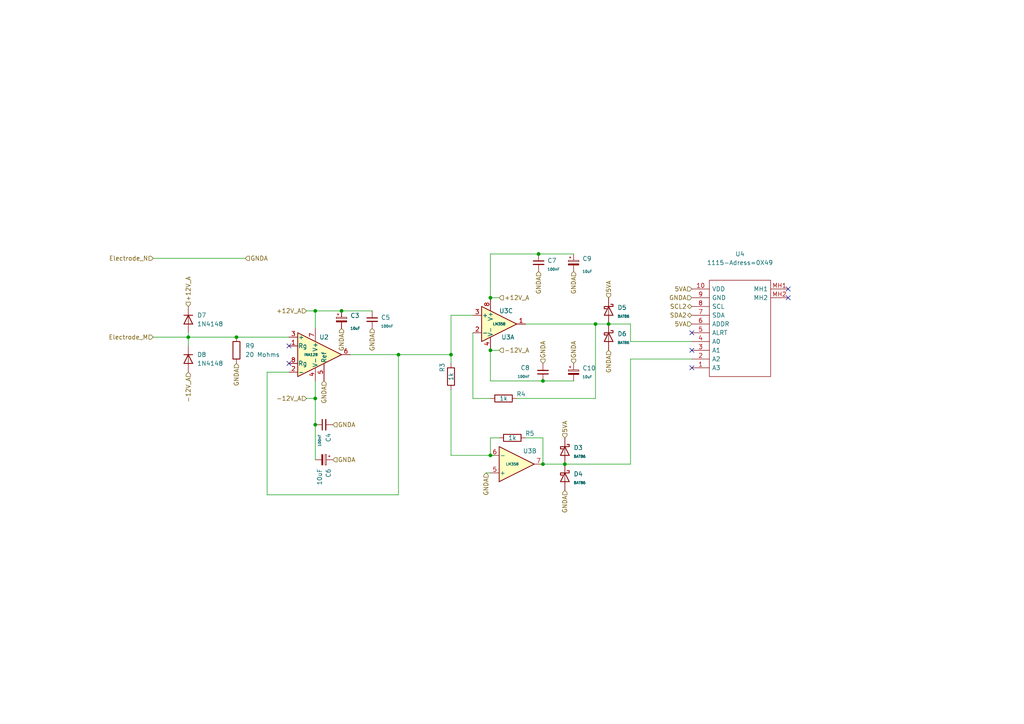
<source format=kicad_sch>
(kicad_sch (version 20211123) (generator eeschema)
  (paper "A4")
  (lib_symbols
    (symbol "1085:1085" (pin_names (offset 0.762))
      (property "Reference" "IC" (at 24.13 7.62 0))
      (property "Value" "1085" (at 24.13 5.08 0))
      (symbol "1085_0_0"
        (pin passive line (at 0 -22.86 0) (length 5.08) (name "A3") (number "1"))
        (pin passive line (at 0 0 0) (length 5.08) (name "VDD") (number "10"))
        (pin passive line (at 0 -20.32 0) (length 5.08) (name "A2") (number "2"))
        (pin passive line (at 0 -17.78 0) (length 5.08) (name "A1") (number "3"))
        (pin passive line (at 0 -15.24 0) (length 5.08) (name "A0") (number "4"))
        (pin passive line (at 0 -12.7 0) (length 5.08) (name "ALRT") (number "5"))
        (pin passive line (at 0 -10.16 0) (length 5.08) (name "ADDR") (number "6"))
        (pin passive line (at 0 -7.62 0) (length 5.08) (name "SDA") (number "7"))
        (pin passive line (at 0 -5.08 0) (length 5.08) (name "SCL") (number "8"))
        (pin passive line (at 0 -2.54 0) (length 5.08) (name "GND") (number "9"))
        (pin passive line (at 27.94 0 180) (length 5.08) (name "MH1") (number "MH1"))
        (pin passive line (at 27.94 -2.54 180) (length 5.08) (name "MH2") (number "MH2"))
      )
      (symbol "1085_0_1"
        (polyline (pts (xy 5.08 2.54) (xy 22.86 2.54) (xy 22.86 -25.4) (xy 5.08 -25.4) (xy 5.08 2.54)) (stroke (width 0.1524)))
      )
    )
    (symbol "Amplifier_Instrumentation:INA128" (pin_names (offset 0.127))
      (property "Reference" "U" (at 3.81 3.175 0))
      (property "Value" "INA128" (at 3.81 -3.175 0))
      (symbol "INA128_0_1"
        (polyline (pts (xy 7.62 0) (xy -5.08 6.35) (xy -5.08 -6.35) (xy 7.62 0)) (stroke (width 0.254)) (fill (type background)))
      )
      (symbol "INA128_1_1"
        (pin passive line (at -7.62 2.54 0) (length 2.54) (name "Rg") (number "1"))
        (pin input line (at -7.62 -5.08 0) (length 2.54) (name "-") (number "2"))
        (pin input line (at -7.62 5.08 0) (length 2.54) (name "+") (number "3"))
        (pin power_in line (at 0 -7.62 90) (length 3.81) (name "V-") (number "4"))
        (pin input line (at 2.54 -7.62 90) (length 5.08) (name "Ref") (number "5"))
        (pin output line (at 10.16 0 180) (length 2.54) (name "~") (number "6"))
        (pin power_in line (at 0 7.62 270) (length 3.81) (name "V+") (number "7"))
        (pin passive line (at -7.62 -2.54 0) (length 2.54) (name "Rg") (number "8"))
      )
    )
    (symbol "Amplifier_Operational:LM358" (pin_names (offset 0.127))
      (property "Reference" "U" (at 0 5.08 0))
      (property "Value" "LM358" (at 0 -5.08 0))
      (symbol "LM358_1_1"
        (polyline (pts (xy -5.08 5.08) (xy 5.08 0) (xy -5.08 -5.08) (xy -5.08 5.08)) (stroke (width 0.254)) (fill (type background)))
        (pin output line (at 7.62 0 180) (length 2.54) (name "~") (number "1"))
        (pin input line (at -7.62 -2.54 0) (length 2.54) (name "-") (number "2"))
        (pin input line (at -7.62 2.54 0) (length 2.54) (name "+") (number "3"))
      )
      (symbol "LM358_2_1"
        (polyline (pts (xy -5.08 5.08) (xy 5.08 0) (xy -5.08 -5.08) (xy -5.08 5.08)) (stroke (width 0.254)) (fill (type background)))
        (pin input line (at -7.62 2.54 0) (length 2.54) (name "+") (number "5"))
        (pin input line (at -7.62 -2.54 0) (length 2.54) (name "-") (number "6"))
        (pin output line (at 7.62 0 180) (length 2.54) (name "~") (number "7"))
      )
      (symbol "LM358_3_1"
        (pin power_in line (at -2.54 -7.62 90) (length 3.81) (name "V-") (number "4"))
        (pin power_in line (at -2.54 7.62 270) (length 3.81) (name "V+") (number "8"))
      )
    )
    (symbol "Device:C_Polarized_Small" (pin_numbers hide) (pin_names (offset 0.254) hide)
      (property "Reference" "C" (at 0.254 1.778 0))
      (property "Value" "C_Polarized_Small" (at 0.254 -2.032 0))
      (symbol "C_Polarized_Small_0_1"
        (rectangle (start -1.524 -0.3048) (end 1.524 -0.6858) (fill (type outline)))
        (rectangle (start -1.524 0.6858) (end 1.524 0.3048))
        (polyline (pts (xy -1.27 1.524) (xy -0.762 1.524)))
        (polyline (pts (xy -1.016 1.27) (xy -1.016 1.778)))
      )
      (symbol "C_Polarized_Small_1_1"
        (pin passive line (at 0 2.54 270) (length 1.8542) (name "~") (number "1"))
        (pin passive line (at 0 -2.54 90) (length 1.8542) (name "~") (number "2"))
      )
    )
    (symbol "Device:C_Small" (pin_numbers hide) (pin_names (offset 0.254) hide)
      (property "Reference" "C" (at 0.254 1.778 0))
      (property "Value" "C_Small" (at 0.254 -2.032 0))
      (symbol "C_Small_0_1"
        (polyline (pts (xy -1.524 -0.508) (xy 1.524 -0.508)) (stroke (width 0.3302)))
        (polyline (pts (xy -1.524 0.508) (xy 1.524 0.508)) (stroke (width 0.3048)))
      )
      (symbol "C_Small_1_1"
        (pin passive line (at 0 2.54 270) (length 2.032) (name "~") (number "1"))
        (pin passive line (at 0 -2.54 90) (length 2.032) (name "~") (number "2"))
      )
    )
    (symbol "Device:R" (pin_numbers hide) (pin_names (offset 0))
      (property "Reference" "R" (at 2.032 0 90))
      (property "Value" "R" (at 0 0 90))
      (symbol "R_0_1"
        (rectangle (start -1.016 -2.54) (end 1.016 2.54) (stroke (width 0.254)))
      )
      (symbol "R_1_1"
        (pin passive line (at 0 3.81 270) (length 1.27) (name "~") (number "1"))
        (pin passive line (at 0 -3.81 90) (length 1.27) (name "~") (number "2"))
      )
    )
    (symbol "Diode:1N4148" (pin_numbers hide) (pin_names (offset 1.016) hide)
      (property "Reference" "D" (at 0 2.54 0))
      (property "Value" "1N4148" (at 0 -2.54 0))
      (symbol "1N4148_0_1"
        (polyline (pts (xy -1.27 1.27) (xy -1.27 -1.27)) (stroke (width 0.254)))
        (polyline (pts (xy 1.27 0) (xy -1.27 0)))
        (polyline (pts (xy 1.27 1.27) (xy 1.27 -1.27) (xy -1.27 0) (xy 1.27 1.27)) (stroke (width 0.254)))
      )
      (symbol "1N4148_1_1"
        (pin passive line (at -3.81 0 0) (length 2.54) (name "K") (number "1"))
        (pin passive line (at 3.81 0 180) (length 2.54) (name "A") (number "2"))
      )
    )
    (symbol "Diode:BAT86" (pin_numbers hide) (pin_names (offset 1.016) hide)
      (property "Reference" "D" (at 0 2.54 0))
      (property "Value" "BAT86" (at 0 -2.54 0))
      (symbol "BAT86_0_1"
        (polyline (pts (xy 1.27 0) (xy -1.27 0)))
        (polyline (pts (xy 1.27 1.27) (xy 1.27 -1.27) (xy -1.27 0) (xy 1.27 1.27)) (stroke (width 0.254)))
        (polyline (pts (xy -1.905 0.635) (xy -1.905 1.27) (xy -1.27 1.27) (xy -1.27 -1.27) (xy -0.635 -1.27) (xy -0.635 -0.635)) (stroke (width 0.254)))
      )
      (symbol "BAT86_1_1"
        (pin passive line (at -3.81 0 0) (length 2.54) (name "K") (number "1"))
        (pin passive line (at 3.81 0 180) (length 2.54) (name "A") (number "2"))
      )
    )
  )
  (junction (at 172.72 93.98))
  (junction (at 91.44 123.19))
  (junction (at 142.24 132.08))
  (junction (at 142.24 101.6))
  (junction (at 157.48 110.49))
  (junction (at 156.21 73.66))
  (junction (at 54.61 97.79))
  (junction (at 115.57 102.87))
  (junction (at 130.81 102.87))
  (junction (at 68.58 97.79))
  (junction (at 163.83 134.62))
  (junction (at 176.53 93.98))
  (junction (at 142.24 86.36))
  (junction (at 91.44 115.57))
  (junction (at 157.48 134.62))
  (junction (at 99.06 90.17))
  (junction (at 91.44 90.17))
  (no_connect (at 83.82 100.33))
  (no_connect (at 228.6 86.36))
  (no_connect (at 200.66 101.6))
  (no_connect (at 228.6 83.82))
  (no_connect (at 83.82 105.41))
  (no_connect (at 200.66 96.52))
  (no_connect (at 200.66 106.68))
  (wire (pts (xy 142.24 127) (xy 144.78 127)))
  (wire (pts (xy 68.58 97.79) (xy 83.82 97.79)))
  (wire (pts (xy 182.88 99.06) (xy 182.88 93.98)))
  (wire (pts (xy 115.57 102.87) (xy 115.57 143.51)))
  (wire (pts (xy 91.44 110.49) (xy 91.44 115.57)))
  (wire (pts (xy 77.47 107.95) (xy 77.47 143.51)))
  (wire (pts (xy 200.66 104.14) (xy 182.88 104.14)))
  (wire (pts (xy 130.81 91.44) (xy 130.81 102.87)))
  (wire (pts (xy 142.24 101.6) (xy 142.24 110.49)))
  (wire (pts (xy 142.24 73.66) (xy 142.24 86.36)))
  (wire (pts (xy 157.48 134.62) (xy 163.83 134.62)))
  (wire (pts (xy 156.21 73.66) (xy 166.37 73.66)))
  (wire (pts (xy 130.81 113.03) (xy 130.81 132.08)))
  (wire (pts (xy 142.24 110.49) (xy 157.48 110.49)))
  (wire (pts (xy 91.44 90.17) (xy 91.44 95.25)))
  (wire (pts (xy 172.72 93.98) (xy 152.4 93.98)))
  (wire (pts (xy 200.66 99.06) (xy 182.88 99.06)))
  (wire (pts (xy 99.06 90.17) (xy 107.95 90.17)))
  (wire (pts (xy 152.4 127) (xy 157.48 127)))
  (wire (pts (xy 130.81 102.87) (xy 130.81 105.41)))
  (wire (pts (xy 142.24 127) (xy 142.24 132.08)))
  (wire (pts (xy 142.24 73.66) (xy 156.21 73.66)))
  (wire (pts (xy 143.51 132.08) (xy 142.24 132.08)))
  (wire (pts (xy 182.88 104.14) (xy 182.88 134.62)))
  (wire (pts (xy 130.81 91.44) (xy 137.16 91.44)))
  (wire (pts (xy 88.9 90.17) (xy 91.44 90.17)))
  (wire (pts (xy 54.61 97.79) (xy 54.61 100.33)))
  (wire (pts (xy 91.44 123.19) (xy 91.44 133.35)))
  (wire (pts (xy 172.72 93.98) (xy 176.53 93.98)))
  (wire (pts (xy 172.72 93.98) (xy 172.72 115.57)))
  (wire (pts (xy 172.72 115.57) (xy 149.86 115.57)))
  (wire (pts (xy 130.81 132.08) (xy 142.24 132.08)))
  (wire (pts (xy 44.45 74.93) (xy 71.12 74.93)))
  (wire (pts (xy 163.83 134.62) (xy 182.88 134.62)))
  (wire (pts (xy 182.88 93.98) (xy 176.53 93.98)))
  (wire (pts (xy 91.44 115.57) (xy 91.44 123.19)))
  (wire (pts (xy 91.44 90.17) (xy 99.06 90.17)))
  (wire (pts (xy 77.47 143.51) (xy 115.57 143.51)))
  (wire (pts (xy 101.6 102.87) (xy 115.57 102.87)))
  (wire (pts (xy 142.24 101.6) (xy 144.78 101.6)))
  (wire (pts (xy 137.16 115.57) (xy 142.24 115.57)))
  (wire (pts (xy 88.9 115.57) (xy 91.44 115.57)))
  (wire (pts (xy 115.57 102.87) (xy 130.81 102.87)))
  (wire (pts (xy 54.61 97.79) (xy 68.58 97.79)))
  (wire (pts (xy 157.48 134.62) (xy 157.48 127)))
  (wire (pts (xy 83.82 107.95) (xy 77.47 107.95)))
  (wire (pts (xy 54.61 96.52) (xy 54.61 97.79)))
  (wire (pts (xy 137.16 96.52) (xy 137.16 115.57)))
  (wire (pts (xy 142.24 137.16) (xy 140.97 137.16)))
  (wire (pts (xy 166.37 110.49) (xy 157.48 110.49)))
  (wire (pts (xy 142.24 86.36) (xy 144.78 86.36)))
  (wire (pts (xy 44.45 97.79) (xy 54.61 97.79)))
  (hierarchical_label "GNDA" (shape input) (at 156.21 78.74 270))
  (hierarchical_label "5VA" (shape input) (at 200.66 93.98 180))
  (hierarchical_label "GNDA" (shape input) (at 176.53 101.6 270))
  (hierarchical_label "GNDA" (shape input) (at 96.52 133.35 0))
  (hierarchical_label "GNDA" (shape input) (at 71.12 74.93 0))
  (hierarchical_label "GNDA" (shape input) (at 166.37 105.41 90))
  (hierarchical_label "GNDA" (shape input) (at 163.83 142.24 270))
  (hierarchical_label "-12V_A" (shape input) (at 88.9 115.57 180))
  (hierarchical_label "GNDA" (shape input) (at 96.52 123.19 0))
  (hierarchical_label "SCL2" (shape bidirectional) (at 200.66 88.9 180))
  (hierarchical_label "+12V_A" (shape input) (at 144.78 86.36 0))
  (hierarchical_label "GNDA" (shape input) (at 107.95 95.25 270))
  (hierarchical_label "SDA2" (shape bidirectional) (at 200.66 91.44 180))
  (hierarchical_label "GNDA" (shape input) (at 93.98 110.49 270))
  (hierarchical_label "Electrode_M" (shape input) (at 44.45 97.79 180))
  (hierarchical_label "GNDA" (shape input) (at 157.48 105.41 90))
  (hierarchical_label "GNDA" (shape input) (at 166.37 78.74 270))
  (hierarchical_label "5VA" (shape input) (at 176.53 86.36 90))
  (hierarchical_label "GNDA" (shape input) (at 68.58 105.41 270))
  (hierarchical_label "+12V_A" (shape input) (at 54.61 88.9 90))
  (hierarchical_label "5VA" (shape input) (at 163.83 127 90))
  (hierarchical_label "GNDA" (shape input) (at 140.97 137.16 270))
  (hierarchical_label "5VA" (shape input) (at 200.66 83.82 180))
  (hierarchical_label "+12V_A" (shape input) (at 88.9 90.17 180))
  (hierarchical_label "GNDA" (shape input) (at 99.06 95.25 270))
  (hierarchical_label "Electrode_N" (shape input) (at 44.45 74.93 180))
  (hierarchical_label "-12V_A" (shape input) (at 144.78 101.6 0))
  (hierarchical_label "GNDA" (shape input) (at 200.66 86.36 180))
  (hierarchical_label "-12V_A" (shape input) (at 54.61 107.95 270))
  (symbol (lib_id "Amplifier_Operational:LM358") (at 144.78 93.98 0) (unit 1)
    (property "Reference" "U3" (at 147.32 97.79 0))
    (property "Value" "LM358" (at 144.78 93.98 0) (effects (font (size 0.75 0.75))))
    (property "Footprint" "Package_DIP:DIP-8_W7.62mm" (effects hide))
    (property "Datasheet" "http://www.ti.com/lit/ds/symlink/lm2904-n.pdf" (effects hide))
  )
  (symbol (lib_id "Diode:1N4148") (at 54.61 104.14 270) (unit 1)
    (property "Reference" "D8" (at 57.15 102.8699 90) (effects (justify left)))
    (property "Value" "1N4148" (at 57.15 105.4099 90) (effects (justify left)))
    (property "Footprint" "Diode_THT:D_DO-35_SOD27_P7.62mm_Horizontal" (effects hide))
    (property "Datasheet" "https://assets.nexperia.com/documents/data-sheet/1N4148_1N4448.pdf" (effects hide))
  )
  (symbol (lib_id "Device:C_Polarized_Small") (at 93.98 133.35 270) (unit 1)
    (property "Reference" "C6" (at 95.25 135.89 0) (effects (justify left)))
    (property "Value" "10uF" (at 92.71 135.89 0) (effects (justify left)))
    (property "Footprint" "Capacitor_THT:CP_Radial_D6.3mm_P2.50mm" (effects hide))
  )
  (symbol (lib_id "Device:C_Polarized_Small") (at 166.37 76.2 0) (unit 1)
    (property "Reference" "C9" (at 168.91 75.0188 0) (effects (justify left)))
    (property "Value" "10uF" (at 168.91 78.74 0) (effects (font (size 0.75 0.75)) (justify left)))
    (property "Footprint" "Capacitor_THT:CP_Radial_D6.3mm_P2.50mm" (effects hide))
  )
  (symbol (lib_id "Amplifier_Operational:LM358") (at 149.86 134.62 0) (mirror x) (unit 2)
    (property "Reference" "U3" (at 153.67 130.81 0))
    (property "Value" "LM358" (at 148.59 134.62 0) (effects (font (size 0.75 0.75))))
    (property "Footprint" "Package_DIP:DIP-8_W7.62mm" (effects hide))
    (property "Datasheet" "http://www.ti.com/lit/ds/symlink/lm2904-n.pdf" (effects hide))
  )
  (symbol (lib_id "Device:C_Small") (at 107.95 92.71 0) (unit 1)
    (property "Reference" "C5" (at 110.49 92.0812 0) (effects (justify left)))
    (property "Value" "100nF" (at 110.49 94.6212 0) (effects (font (size 0.75 0.75)) (justify left)))
    (property "Footprint" "Capacitor_THT:C_Disc_D8.0mm_W2.5mm_P5.00mm" (effects hide))
  )
  (symbol (lib_id "Amplifier_Instrumentation:INA128") (at 91.44 102.87 0) (unit 1)
    (property "Reference" "U2" (at 93.98 97.79 0))
    (property "Value" "INA128" (at 90.17 102.87 0) (effects (font (size 0.75 0.75))))
    (property "Footprint" "Package_DIP:DIP-8_W7.62mm" (effects hide))
    (property "Datasheet" "http://www.ti.com/lit/ds/symlink/ina128.pdf" (effects hide))
  )
  (symbol (lib_id "Diode:BAT86") (at 176.53 97.79 270) (unit 1)
    (property "Reference" "D6" (at 179.07 96.8374 90) (effects (justify left)))
    (property "Value" "BAT86" (at 179.07 99.3774 90) (effects (font (size 0.75 0.75)) (justify left)))
    (property "Footprint" "Diode_THT:D_DO-35_SOD27_P7.62mm_Horizontal" (effects hide))
    (property "Datasheet" "https://assets.nexperia.com/documents/data-sheet/BAT86.pdf" (effects hide))
  )
  (symbol (lib_id "Amplifier_Operational:LM358") (at 144.78 93.98 0) (unit 3)
    (property "Reference" "U3" (at 144.78 90.17 0) (effects (justify left)))
    (property "Value" "LM358" (at 142.24 93.98 0) (effects (font (size 0 0)) (justify left)))
    (property "Footprint" "Package_DIP:DIP-8_W7.62mm" (effects hide))
    (property "Datasheet" "http://www.ti.com/lit/ds/symlink/lm2904-n.pdf" (effects hide))
  )
  (symbol (lib_id "1085:1085") (at 200.66 83.82 0) (unit 1)
    (property "Reference" "U4" (at 214.63 73.66 0))
    (property "Value" "1115-Adress=0X49" (at 214.63 76.2 0))
    (property "Footprint" "1085:1085" (effects hide))
    (property "Datasheet" "https://cdn-shop.adafruit.com/datasheets/ads1115.pdf" (effects hide))
    (property "MAXIMUM_PACKAGE_HEIGHT" "N/A" (effects hide))
    (property "PARTREV" "N/A" (effects hide))
    (property "STANDARD" "Manufacturer Recommendations" (effects hide))
    (property "Description" "Data Conversion IC Development Tools ADS1115 16-Bit ADC - 4 Channel with Programmable Gain Amplifier" (effects hide))
    (property "Height" "5" (effects hide))
    (property "Manufacturer_Name" "Adafruit" (effects hide))
    (property "Manufacturer_Part_Number" "1085" (effects hide))
    (property "Mouser Part Number" "485-1085" (effects hide))
    (property "Mouser Price/Stock" "https://www.mouser.co.uk/ProductDetail/Adafruit/1085?qs=GURawfaeGuCW8oufi8WauA%3D%3D" (effects hide))
    (property "Arrow Part Number" "1085" (effects hide))
    (property "Arrow Price/Stock" "https://www.arrow.com/en/products/1085/adafruit-industries?region=nac" (effects hide))
  )
  (symbol (lib_id "Device:R") (at 148.59 127 90) (unit 1)
    (property "Reference" "R5" (at 153.67 125.73 90))
    (property "Value" "1k" (at 148.59 127 90))
    (property "Footprint" "Resistor_THT:R_Axial_DIN0207_L6.3mm_D2.5mm_P7.62mm_Horizontal" (effects hide))
  )
  (symbol (lib_id "Diode:BAT86") (at 163.83 130.81 270) (unit 1)
    (property "Reference" "D3" (at 166.37 129.8574 90) (effects (justify left)))
    (property "Value" "BAT86" (at 166.37 132.3974 90) (effects (font (size 0.75 0.75)) (justify left)))
    (property "Footprint" "Diode_THT:D_DO-35_SOD27_P7.62mm_Horizontal" (effects hide))
    (property "Datasheet" "https://assets.nexperia.com/documents/data-sheet/BAT86.pdf" (effects hide))
  )
  (symbol (lib_id "Device:R") (at 68.58 101.6 0) (unit 1)
    (property "Reference" "R9" (at 71.12 100.33 0) (effects (justify left)))
    (property "Value" "20 Mohms" (at 71.12 102.87 0) (effects (justify left)))
    (property "Footprint" "Resistor_THT:R_Axial_DIN0204_L3.6mm_D1.6mm_P7.62mm_Horizontal" (effects hide))
  )
  (symbol (lib_id "Diode:BAT86") (at 163.83 138.43 270) (unit 1)
    (property "Reference" "D4" (at 166.37 137.4774 90) (effects (justify left)))
    (property "Value" "BAT86" (at 166.37 140.0174 90) (effects (font (size 0.75 0.75)) (justify left)))
    (property "Footprint" "Diode_THT:D_DO-35_SOD27_P7.62mm_Horizontal" (effects hide))
    (property "Datasheet" "https://assets.nexperia.com/documents/data-sheet/BAT86.pdf" (effects hide))
  )
  (symbol (lib_id "Device:C_Polarized_Small") (at 99.06 92.71 0) (unit 1)
    (property "Reference" "C3" (at 101.6 91.5288 0) (effects (justify left)))
    (property "Value" "10uF" (at 101.6 95.25 0) (effects (font (size 0.75 0.75)) (justify left)))
    (property "Footprint" "Capacitor_THT:CP_Radial_D6.3mm_P2.50mm" (effects hide))
  )
  (symbol (lib_id "Device:C_Polarized_Small") (at 166.37 107.95 0) (unit 1)
    (property "Reference" "C10" (at 168.91 106.7688 0) (effects (justify left)))
    (property "Value" "10uF" (at 168.91 109.3088 0) (effects (font (size 0.75 0.75)) (justify left)))
    (property "Footprint" "Capacitor_THT:CP_Radial_D6.3mm_P2.50mm" (effects hide))
  )
  (symbol (lib_id "Device:C_Small") (at 157.48 107.95 180) (unit 1)
    (property "Reference" "C8" (at 153.67 106.68 0) (effects (justify left)))
    (property "Value" "100nF" (at 153.67 109.22 0) (effects (font (size 0.75 0.75)) (justify left)))
    (property "Footprint" "Capacitor_THT:C_Disc_D8.0mm_W2.5mm_P5.00mm" (effects hide))
  )
  (symbol (lib_id "Device:R") (at 130.81 109.22 0) (unit 1)
    (property "Reference" "R3" (at 128.27 107.95 90) (effects (justify left)))
    (property "Value" "1k" (at 130.81 110.49 90) (effects (justify left)))
    (property "Footprint" "Resistor_THT:R_Axial_DIN0207_L6.3mm_D2.5mm_P7.62mm_Horizontal" (effects hide))
  )
  (symbol (lib_id "Device:C_Small") (at 93.98 123.19 90) (unit 1)
    (property "Reference" "C4" (at 95.25 128.27 0) (effects (justify left)))
    (property "Value" "100nF" (at 92.71 129.54 0) (effects (font (size 0.75 0.75)) (justify left)))
    (property "Footprint" "Capacitor_THT:C_Disc_D8.0mm_W2.5mm_P5.00mm" (effects hide))
  )
  (symbol (lib_id "Device:R") (at 146.05 115.57 90) (unit 1)
    (property "Reference" "R4" (at 151.13 114.3 90))
    (property "Value" "1k" (at 146.05 115.57 90))
    (property "Footprint" "Resistor_THT:R_Axial_DIN0207_L6.3mm_D2.5mm_P7.62mm_Horizontal" (effects hide))
  )
  (symbol (lib_id "Diode:BAT86") (at 176.53 90.17 270) (unit 1)
    (property "Reference" "D5" (at 179.07 89.2174 90) (effects (justify left)))
    (property "Value" "BAT86" (at 179.07 91.7574 90) (effects (font (size 0.75 0.75)) (justify left)))
    (property "Footprint" "Diode_THT:D_DO-35_SOD27_P7.62mm_Horizontal" (effects hide))
    (property "Datasheet" "https://assets.nexperia.com/documents/data-sheet/BAT86.pdf" (effects hide))
  )
  (symbol (lib_id "Device:C_Small") (at 156.21 76.2 0) (unit 1)
    (property "Reference" "C7" (at 158.75 75.5712 0) (effects (justify left)))
    (property "Value" "100nF" (at 158.75 78.1112 0) (effects (font (size 0.75 0.75)) (justify left)))
    (property "Footprint" "Capacitor_THT:C_Disc_D8.0mm_W2.5mm_P5.00mm" (effects hide))
  )
  (symbol (lib_id "Diode:1N4148") (at 54.61 92.71 270) (unit 1)
    (property "Reference" "D7" (at 57.15 91.4399 90) (effects (justify left)))
    (property "Value" "1N4148" (at 57.15 93.9799 90) (effects (justify left)))
    (property "Footprint" "Diode_THT:D_DO-35_SOD27_P7.62mm_Horizontal" (effects hide))
    (property "Datasheet" "https://assets.nexperia.com/documents/data-sheet/1N4148_1N4448.pdf" (effects hide))
  )
)
</source>
